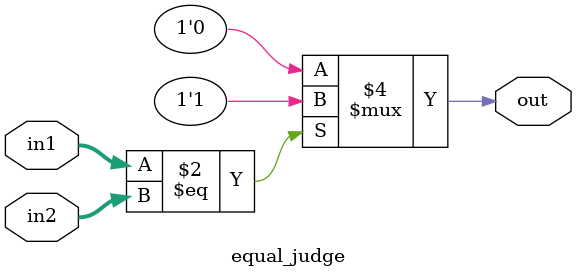
<source format=v>
`timescale 1ns / 1ps
module equal_judge(in1, in2, out);
	input [31:0] in1, in2;
	output reg out;
	
	always @(in1 or in2) begin
		if(in1 == in2) begin
			out = 1'b1;
		end
		else out = 1'b0;
	end

endmodule

</source>
